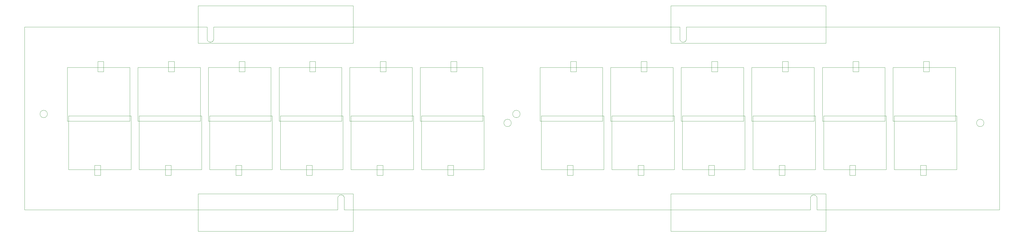
<source format=gbr>
%TF.GenerationSoftware,KiCad,Pcbnew,(7.0.0)*%
%TF.CreationDate,2023-07-13T12:21:55+02:00*%
%TF.ProjectId,Panelization,50616e65-6c69-47a6-9174-696f6e2e6b69,V1*%
%TF.SameCoordinates,PX2d4cae0PY73df160*%
%TF.FileFunction,Other,User*%
%FSLAX46Y46*%
G04 Gerber Fmt 4.6, Leading zero omitted, Abs format (unit mm)*
G04 Created by KiCad (PCBNEW (7.0.0)) date 2023-07-13 12:21:55*
%MOMM*%
%LPD*%
G01*
G04 APERTURE LIST*
%ADD10C,0.050000*%
%ADD11C,0.100000*%
%TA.AperFunction,Profile*%
%ADD12C,0.100000*%
%TD*%
G04 APERTURE END LIST*
D10*
%TO.C,C2*%
X118790000Y-44390000D02*
X118790000Y-47790000D01*
X116830000Y-44390000D02*
X118790000Y-44390000D01*
X118790000Y-47790000D02*
X116830000Y-47790000D01*
X116830000Y-47790000D02*
X116830000Y-44390000D01*
D11*
%TO.C,J5*%
X107552000Y-11200000D02*
X128712000Y-11200000D01*
X107552000Y-29400000D02*
X107552000Y-11200000D01*
X128712000Y-11200000D02*
X128712000Y-29400000D01*
X128712000Y-29400000D02*
X107552000Y-29400000D01*
D10*
%TO.C,C3*%
X70110000Y-12610000D02*
X70110000Y-9210000D01*
X72070000Y-12610000D02*
X70110000Y-12610000D01*
X70110000Y-9210000D02*
X72070000Y-9210000D01*
X72070000Y-9210000D02*
X72070000Y-12610000D01*
D11*
%TO.C,J4*%
X241346000Y-45800000D02*
X220186000Y-45800000D01*
X241346000Y-27600000D02*
X241346000Y-45800000D01*
X220186000Y-45800000D02*
X220186000Y-27600000D01*
X220186000Y-27600000D02*
X241346000Y-27600000D01*
%TO.C,J2*%
X35856000Y-11199000D02*
X57016000Y-11199000D01*
X35856000Y-29399000D02*
X35856000Y-11199000D01*
X57016000Y-11199000D02*
X57016000Y-29399000D01*
X57016000Y-29399000D02*
X35856000Y-29399000D01*
X195856000Y-11199000D02*
X217016000Y-11199000D01*
X195856000Y-29399000D02*
X195856000Y-11199000D01*
X217016000Y-11199000D02*
X217016000Y-29399000D01*
X217016000Y-29399000D02*
X195856000Y-29399000D01*
D10*
%TO.C,C3*%
X254890000Y-44390000D02*
X254890000Y-47790000D01*
X252930000Y-44390000D02*
X254890000Y-44390000D01*
X254890000Y-47790000D02*
X252930000Y-47790000D01*
X252930000Y-47790000D02*
X252930000Y-44390000D01*
%TO.C,C6*%
X301800000Y-12610000D02*
X301800000Y-9210000D01*
X303760000Y-12610000D02*
X301800000Y-12610000D01*
X301800000Y-9210000D02*
X303760000Y-9210000D01*
X303760000Y-9210000D02*
X303760000Y-12610000D01*
D11*
%TO.C,J1*%
X313040000Y-45800000D02*
X291880000Y-45800000D01*
X313040000Y-27600000D02*
X313040000Y-45800000D01*
X291880000Y-45800000D02*
X291880000Y-27600000D01*
X291880000Y-27600000D02*
X313040000Y-27600000D01*
D10*
%TO.C,REF_Top*%
X5239000Y-26981000D02*
G75*
G03*
X5239000Y-26981000I-1250000J0D01*
G01*
D11*
%TO.C,J1*%
X153040000Y-45800000D02*
X131880000Y-45800000D01*
X153040000Y-27600000D02*
X153040000Y-45800000D01*
X131880000Y-45800000D02*
X131880000Y-27600000D01*
X131880000Y-27600000D02*
X153040000Y-27600000D01*
D10*
%TO.C,C4*%
X94000000Y-12610000D02*
X94000000Y-9210000D01*
X95960000Y-12610000D02*
X94000000Y-12610000D01*
X94000000Y-9210000D02*
X95960000Y-9210000D01*
X95960000Y-9210000D02*
X95960000Y-12610000D01*
%TO.C,C1*%
X182290000Y-12610000D02*
X182290000Y-9210000D01*
X184250000Y-12610000D02*
X182290000Y-12610000D01*
X182290000Y-9210000D02*
X184250000Y-9210000D01*
X184250000Y-9210000D02*
X184250000Y-12610000D01*
D11*
%TO.C,J6*%
X131450000Y-11200000D02*
X152610000Y-11200000D01*
X131450000Y-29400000D02*
X131450000Y-11200000D01*
X152610000Y-11200000D02*
X152610000Y-29400000D01*
X152610000Y-29400000D02*
X131450000Y-29400000D01*
D10*
%TO.C,C6*%
X183200000Y-44390000D02*
X183200000Y-47790000D01*
X181240000Y-44390000D02*
X183200000Y-44390000D01*
X183200000Y-47790000D02*
X181240000Y-47790000D01*
X181240000Y-47790000D02*
X181240000Y-44390000D01*
%TO.C,C5*%
X207100000Y-44390000D02*
X207100000Y-47790000D01*
X205140000Y-44390000D02*
X207100000Y-44390000D01*
X207100000Y-47790000D02*
X205140000Y-47790000D01*
X205140000Y-47790000D02*
X205140000Y-44390000D01*
%TO.C,J7*%
X268750000Y-66750000D02*
X216250000Y-66750000D01*
X268750000Y-54050000D02*
X268750000Y-66750000D01*
X216250000Y-66750000D02*
X216250000Y-54050000D01*
X216250000Y-54050000D02*
X268750000Y-54050000D01*
%TO.C,C2*%
X206210000Y-12610000D02*
X206210000Y-9210000D01*
X208170000Y-12610000D02*
X206210000Y-12610000D01*
X206210000Y-9210000D02*
X208170000Y-9210000D01*
X208170000Y-9210000D02*
X208170000Y-12610000D01*
%TO.C,J7*%
X56250000Y9750000D02*
X108750000Y9750000D01*
X56250000Y-2950000D02*
X56250000Y9750000D01*
X108750000Y9750000D02*
X108750000Y-2950000D01*
X108750000Y-2950000D02*
X56250000Y-2950000D01*
%TO.C,C5*%
X277900000Y-12610000D02*
X277900000Y-9210000D01*
X279860000Y-12610000D02*
X277900000Y-12610000D01*
X277900000Y-9210000D02*
X279860000Y-9210000D01*
X279860000Y-9210000D02*
X279860000Y-12610000D01*
%TO.C,C3*%
X94890000Y-44390000D02*
X94890000Y-47790000D01*
X92930000Y-44390000D02*
X94890000Y-44390000D01*
X94890000Y-47790000D02*
X92930000Y-47790000D01*
X92930000Y-47790000D02*
X92930000Y-44390000D01*
D11*
%TO.C,J4*%
X81346000Y-45800000D02*
X60186000Y-45800000D01*
X81346000Y-27600000D02*
X81346000Y-45800000D01*
X60186000Y-45800000D02*
X60186000Y-27600000D01*
X60186000Y-27600000D02*
X81346000Y-27600000D01*
D10*
%TO.C,C3*%
X230110000Y-12610000D02*
X230110000Y-9210000D01*
X232070000Y-12610000D02*
X230110000Y-12610000D01*
X230110000Y-9210000D02*
X232070000Y-9210000D01*
X232070000Y-9210000D02*
X232070000Y-12610000D01*
D11*
%TO.C,J6*%
X291450000Y-11200000D02*
X312610000Y-11200000D01*
X291450000Y-29400000D02*
X291450000Y-11200000D01*
X312610000Y-11200000D02*
X312610000Y-29400000D01*
X312610000Y-29400000D02*
X291450000Y-29400000D01*
%TO.C,J1*%
X171960000Y-11200000D02*
X193120000Y-11200000D01*
X171960000Y-29400000D02*
X171960000Y-11200000D01*
X193120000Y-11200000D02*
X193120000Y-29400000D01*
X193120000Y-29400000D02*
X171960000Y-29400000D01*
D10*
%TO.C,C5*%
X47100000Y-44390000D02*
X47100000Y-47790000D01*
X45140000Y-44390000D02*
X47100000Y-44390000D01*
X47100000Y-47790000D02*
X45140000Y-47790000D01*
X45140000Y-47790000D02*
X45140000Y-44390000D01*
D11*
%TO.C,J5*%
X267552000Y-11200000D02*
X288712000Y-11200000D01*
X267552000Y-29400000D02*
X267552000Y-11200000D01*
X288712000Y-11200000D02*
X288712000Y-29400000D01*
X288712000Y-29400000D02*
X267552000Y-29400000D01*
%TO.C,J3*%
X265244000Y-45800000D02*
X244084000Y-45800000D01*
X265244000Y-27600000D02*
X265244000Y-45800000D01*
X244084000Y-45800000D02*
X244084000Y-27600000D01*
X244084000Y-27600000D02*
X265244000Y-27600000D01*
D10*
%TO.C,C6*%
X141800000Y-12610000D02*
X141800000Y-9210000D01*
X143760000Y-12610000D02*
X141800000Y-12610000D01*
X141800000Y-9210000D02*
X143760000Y-9210000D01*
X143760000Y-9210000D02*
X143760000Y-12610000D01*
D11*
%TO.C,J4*%
X83654000Y-11200000D02*
X104814000Y-11200000D01*
X83654000Y-29400000D02*
X83654000Y-11200000D01*
X104814000Y-11200000D02*
X104814000Y-29400000D01*
X104814000Y-29400000D02*
X83654000Y-29400000D01*
X243654000Y-11200000D02*
X264814000Y-11200000D01*
X243654000Y-29400000D02*
X243654000Y-11200000D01*
X264814000Y-11200000D02*
X264814000Y-29400000D01*
X264814000Y-29400000D02*
X243654000Y-29400000D01*
D10*
%TO.C,C1*%
X302710000Y-44390000D02*
X302710000Y-47790000D01*
X300750000Y-44390000D02*
X302710000Y-44390000D01*
X302710000Y-47790000D02*
X300750000Y-47790000D01*
X300750000Y-47790000D02*
X300750000Y-44390000D01*
%TO.C,C6*%
X23200000Y-44390000D02*
X23200000Y-47790000D01*
X21240000Y-44390000D02*
X23200000Y-44390000D01*
X23200000Y-47790000D02*
X21240000Y-47790000D01*
X21240000Y-47790000D02*
X21240000Y-44390000D01*
%TO.C,C2*%
X46210000Y-12610000D02*
X46210000Y-9210000D01*
X48170000Y-12610000D02*
X46210000Y-12610000D01*
X46210000Y-9210000D02*
X48170000Y-9210000D01*
X48170000Y-9210000D02*
X48170000Y-12610000D01*
D11*
%TO.C,J6*%
X193550000Y-45800000D02*
X172390000Y-45800000D01*
X193550000Y-27600000D02*
X193550000Y-45800000D01*
X172390000Y-45800000D02*
X172390000Y-27600000D01*
X172390000Y-27600000D02*
X193550000Y-27600000D01*
D10*
%TO.C,C1*%
X142710000Y-44390000D02*
X142710000Y-47790000D01*
X140750000Y-44390000D02*
X142710000Y-44390000D01*
X142710000Y-47790000D02*
X140750000Y-47790000D01*
X140750000Y-47790000D02*
X140750000Y-44390000D01*
%TO.C,C4*%
X71000000Y-44390000D02*
X71000000Y-47790000D01*
X69040000Y-44390000D02*
X71000000Y-44390000D01*
X71000000Y-47790000D02*
X69040000Y-47790000D01*
X69040000Y-47790000D02*
X69040000Y-44390000D01*
%TO.C,J7*%
X216250000Y9750000D02*
X268750000Y9750000D01*
X216250000Y-2950000D02*
X216250000Y9750000D01*
X268750000Y9750000D02*
X268750000Y-2950000D01*
X268750000Y-2950000D02*
X216250000Y-2950000D01*
%TO.C,C5*%
X117900000Y-12610000D02*
X117900000Y-9210000D01*
X119860000Y-12610000D02*
X117900000Y-12610000D01*
X117900000Y-9210000D02*
X119860000Y-9210000D01*
X119860000Y-9210000D02*
X119860000Y-12610000D01*
D11*
%TO.C,J5*%
X57448000Y-45800000D02*
X36288000Y-45800000D01*
X57448000Y-27600000D02*
X57448000Y-45800000D01*
X36288000Y-45800000D02*
X36288000Y-27600000D01*
X36288000Y-27600000D02*
X57448000Y-27600000D01*
D10*
%TO.C,C2*%
X278790000Y-44390000D02*
X278790000Y-47790000D01*
X276830000Y-44390000D02*
X278790000Y-44390000D01*
X278790000Y-47790000D02*
X276830000Y-47790000D01*
X276830000Y-47790000D02*
X276830000Y-44390000D01*
D11*
%TO.C,J5*%
X217448000Y-45800000D02*
X196288000Y-45800000D01*
X217448000Y-27600000D02*
X217448000Y-45800000D01*
X196288000Y-45800000D02*
X196288000Y-27600000D01*
X196288000Y-27600000D02*
X217448000Y-27600000D01*
%TO.C,J3*%
X219756000Y-11200000D02*
X240916000Y-11200000D01*
X219756000Y-29400000D02*
X219756000Y-11200000D01*
X240916000Y-11200000D02*
X240916000Y-29400000D01*
X240916000Y-29400000D02*
X219756000Y-29400000D01*
%TO.C,J6*%
X33550000Y-45800000D02*
X12390000Y-45800000D01*
X33550000Y-27600000D02*
X33550000Y-45800000D01*
X12390000Y-45800000D02*
X12390000Y-27600000D01*
X12390000Y-27600000D02*
X33550000Y-27600000D01*
%TO.C,J3*%
X105244000Y-45800000D02*
X84084000Y-45800000D01*
X105244000Y-27600000D02*
X105244000Y-45800000D01*
X84084000Y-45800000D02*
X84084000Y-27600000D01*
X84084000Y-27600000D02*
X105244000Y-27600000D01*
%TO.C,J2*%
X129144000Y-45801000D02*
X107984000Y-45801000D01*
X129144000Y-27601000D02*
X129144000Y-45801000D01*
X107984000Y-45801000D02*
X107984000Y-27601000D01*
X107984000Y-27601000D02*
X129144000Y-27601000D01*
D10*
%TO.C,C4*%
X231000000Y-44390000D02*
X231000000Y-47790000D01*
X229040000Y-44390000D02*
X231000000Y-44390000D01*
X231000000Y-47790000D02*
X229040000Y-47790000D01*
X229040000Y-47790000D02*
X229040000Y-44390000D01*
%TO.C,C1*%
X22290000Y-12610000D02*
X22290000Y-9210000D01*
X24250000Y-12610000D02*
X22290000Y-12610000D01*
X22290000Y-9210000D02*
X24250000Y-9210000D01*
X24250000Y-9210000D02*
X24250000Y-12610000D01*
%TO.C,REF_Top*%
X322261000Y-30019000D02*
G75*
G03*
X322261000Y-30019000I-1250000J0D01*
G01*
D11*
%TO.C,J1*%
X11960000Y-11200000D02*
X33120000Y-11200000D01*
X11960000Y-29400000D02*
X11960000Y-11200000D01*
X33120000Y-11200000D02*
X33120000Y-29400000D01*
X33120000Y-29400000D02*
X11960000Y-29400000D01*
D10*
%TO.C,J7*%
X108750000Y-66750000D02*
X56250000Y-66750000D01*
X108750000Y-54050000D02*
X108750000Y-66750000D01*
X56250000Y-66750000D02*
X56250000Y-54050000D01*
X56250000Y-54050000D02*
X108750000Y-54050000D01*
%TO.C,REF_Top*%
X162261000Y-30019000D02*
G75*
G03*
X162261000Y-30019000I-1250000J0D01*
G01*
D11*
%TO.C,J2*%
X289144000Y-45801000D02*
X267984000Y-45801000D01*
X289144000Y-27601000D02*
X289144000Y-45801000D01*
X267984000Y-45801000D02*
X267984000Y-27601000D01*
X267984000Y-27601000D02*
X289144000Y-27601000D01*
D10*
%TO.C,REF_Top*%
X165239000Y-26981000D02*
G75*
G03*
X165239000Y-26981000I-1250000J0D01*
G01*
D11*
%TO.C,J3*%
X59756000Y-11200000D02*
X80916000Y-11200000D01*
X59756000Y-29400000D02*
X59756000Y-11200000D01*
X80916000Y-11200000D02*
X80916000Y-29400000D01*
X80916000Y-29400000D02*
X59756000Y-29400000D01*
D10*
%TO.C,C4*%
X254000000Y-12610000D02*
X254000000Y-9210000D01*
X255960000Y-12610000D02*
X254000000Y-12610000D01*
X254000000Y-9210000D02*
X255960000Y-9210000D01*
X255960000Y-9210000D02*
X255960000Y-12610000D01*
%TD*%
D12*
X322500000Y-59500000D02*
X327500000Y-59500000D01*
X219281424Y-1556220D02*
X219280000Y-1500000D01*
X59710561Y-2377761D02*
X59666975Y-2342222D01*
X220277703Y-2604305D02*
X220221915Y-2597200D01*
X103569094Y-55114490D02*
X103589956Y-55062264D01*
X104121162Y-54503436D02*
X104172264Y-54479956D01*
X104497703Y-54395694D02*
X104553779Y-54391424D01*
X61449095Y-1832293D02*
X61430905Y-1885509D01*
X219851314Y-2470525D02*
X219802849Y-2441995D01*
X265047735Y-54479956D02*
X265098837Y-54503436D01*
X265148685Y-54529474D02*
X265197150Y-54558004D01*
X103930561Y-54622238D02*
X103975891Y-54588951D01*
X220775509Y-2540905D02*
X220722293Y-2559095D01*
X221301048Y-2134108D02*
X221267761Y-2179438D01*
X104778084Y-54402799D02*
X104833441Y-54412721D01*
X221194520Y-2264753D02*
X221154753Y-2304520D01*
X103535433Y-55221775D02*
X103550904Y-55167706D01*
X265452222Y-54776975D02*
X265487761Y-54820561D01*
X104888224Y-54425433D02*
X104942293Y-54440904D01*
X219419474Y-2038685D02*
X219393436Y-1988837D01*
X221360525Y-2038685D02*
X221331995Y-2087150D01*
X221477278Y-1723441D02*
X221464566Y-1778224D01*
X103805479Y-54735246D02*
X103845246Y-54695479D01*
X60221915Y-2597200D02*
X60166558Y-2587278D01*
X60111775Y-2574566D02*
X60057706Y-2559095D01*
X61194520Y-2264753D02*
X61154753Y-2304520D01*
X103589956Y-55062264D02*
X103613436Y-55011162D01*
X265720000Y-59500000D02*
X268500000Y-59500000D01*
X221232222Y-2223024D02*
X221194520Y-2264753D01*
X265630043Y-55062264D02*
X265650905Y-55114490D01*
X220722293Y-2559095D02*
X220668224Y-2574566D01*
X265289438Y-54622238D02*
X265333024Y-54657777D01*
X322500000Y2500000D02*
X221500000Y2500000D01*
X103512799Y-55331915D02*
X103522721Y-55276558D01*
X61267761Y-2179438D02*
X61232222Y-2223024D01*
X264553779Y-54391424D02*
X264610000Y-54390000D01*
X59448004Y-2087150D02*
X59419474Y-2038685D01*
X264942293Y-54440904D02*
X264995509Y-54459094D01*
X220111775Y-2574566D02*
X220057706Y-2559095D01*
X105714305Y-55387703D02*
X105718575Y-55443779D01*
X264995509Y-54459094D02*
X265047735Y-54479956D01*
X263975891Y-54588951D02*
X264022849Y-54558004D01*
X61301048Y-2134108D02*
X61267761Y-2179438D01*
X219585479Y-2264753D02*
X219547777Y-2223024D01*
X60446220Y-2608575D02*
X60390000Y-2609999D01*
X105719999Y-55500000D02*
X105720000Y-59500000D01*
X265098837Y-54503436D02*
X265148685Y-54529474D01*
X263886975Y-54657777D02*
X263930561Y-54622238D01*
X108500000Y-59500000D02*
X162500000Y-59500000D01*
X103500000Y-55500000D02*
X103501424Y-55443779D01*
X221430905Y-1885509D02*
X221410043Y-1937735D01*
X219666975Y-2342222D02*
X219625246Y-2304520D01*
X103975891Y-54588951D02*
X104022849Y-54558004D01*
X61232222Y-2223024D02*
X61194520Y-2264753D01*
X265374753Y-54695479D02*
X265414520Y-54735246D01*
X219315433Y-1778224D02*
X219302721Y-1723441D01*
X103668004Y-54912849D02*
X103698951Y-54865891D01*
X219349094Y-1885509D02*
X219330904Y-1832293D01*
X265606563Y-55011162D02*
X265630043Y-55062264D01*
X221487200Y-1668084D02*
X221477278Y-1723441D01*
X219802849Y-2441995D02*
X219755891Y-2411048D01*
X219710561Y-2377761D02*
X219666975Y-2342222D01*
X60502296Y-2604305D02*
X60446220Y-2608575D01*
X264224490Y-54459094D02*
X264277706Y-54440904D01*
X59292799Y-1668084D02*
X59285694Y-1612296D01*
X263501424Y-55443779D02*
X263505694Y-55387703D01*
X221500000Y2500000D02*
X221500000Y-1500000D01*
X219478951Y-2134108D02*
X219448004Y-2087150D01*
X105289438Y-54622238D02*
X105333024Y-54657777D01*
X105580525Y-54961314D02*
X105606563Y-55011162D01*
X105669095Y-55167706D02*
X105684566Y-55221775D01*
X219901162Y-2496563D02*
X219851314Y-2470525D01*
X105521048Y-54865891D02*
X105551995Y-54912849D01*
X61024108Y-2411048D02*
X60977150Y-2441995D01*
X105414520Y-54735246D02*
X105452222Y-54776975D01*
X264277706Y-54440904D02*
X264331775Y-54425433D01*
X219755891Y-2411048D02*
X219710561Y-2377761D01*
X61069438Y-2377761D02*
X61024108Y-2411048D01*
X265719999Y-55500000D02*
X265720000Y-59500000D01*
X60004490Y-2540905D02*
X59952264Y-2520043D01*
X104833441Y-54412721D02*
X104888224Y-54425433D01*
X104277706Y-54440904D02*
X104331775Y-54425433D01*
X104995509Y-54459094D02*
X105047735Y-54479956D01*
X61494305Y-1612296D02*
X61487200Y-1668084D01*
X220668224Y-2574566D02*
X220613441Y-2587278D01*
X264833441Y-54412721D02*
X264888224Y-54425433D01*
X103550904Y-55167706D02*
X103569094Y-55114490D01*
X268500000Y-59500000D02*
X322500000Y-59500000D01*
X104022849Y-54558004D02*
X104071314Y-54529474D01*
X264331775Y-54425433D02*
X264386558Y-54412721D01*
X327500000Y2500000D02*
X322500000Y2500000D01*
X61386563Y-1988837D02*
X61360525Y-2038685D01*
X60558084Y-2597200D02*
X60502296Y-2604305D01*
X103767777Y-54776975D02*
X103805479Y-54735246D01*
X2500000Y2500000D02*
X-2500000Y2500000D01*
X220057706Y-2559095D02*
X220004490Y-2540905D01*
X103505694Y-55387703D02*
X103512799Y-55331915D01*
X61113024Y-2342222D02*
X61069438Y-2377761D01*
X219292799Y-1668084D02*
X219285694Y-1612296D01*
X60057706Y-2559095D02*
X60004490Y-2540905D01*
X221498575Y-1556220D02*
X221494305Y-1612296D01*
X220446220Y-2608575D02*
X220390000Y-2609999D01*
X60613441Y-2587278D02*
X60558084Y-2597200D01*
X265414520Y-54735246D02*
X265452222Y-54776975D01*
X220004490Y-2540905D02*
X219952264Y-2520043D01*
X61331995Y-2087150D02*
X61301048Y-2134108D01*
X59755891Y-2411048D02*
X59710561Y-2377761D01*
X220928685Y-2470525D02*
X220878837Y-2496563D01*
X263550904Y-55167706D02*
X263569094Y-55114490D01*
X61154753Y-2304520D02*
X61113024Y-2342222D01*
X59901162Y-2496563D02*
X59851314Y-2470525D01*
X-2500000Y2500000D02*
X-2500000Y-59500000D01*
X59512238Y-2179438D02*
X59478951Y-2134108D01*
X105197150Y-54558004D02*
X105244108Y-54588951D01*
X59281424Y-1556220D02*
X59280000Y-1500000D01*
X105697278Y-55276558D02*
X105707200Y-55331915D01*
X105707200Y-55331915D02*
X105714305Y-55387703D01*
X61477278Y-1723441D02*
X61464566Y-1778224D01*
X263767777Y-54776975D02*
X263805479Y-54735246D01*
X103698951Y-54865891D02*
X103732238Y-54820561D01*
X265650905Y-55114490D02*
X265669095Y-55167706D01*
X104386558Y-54412721D02*
X104441915Y-54402799D01*
X263500000Y-59500000D02*
X263500000Y-55500000D01*
X162500000Y-59500000D02*
X263500000Y-59500000D01*
X59393436Y-1988837D02*
X59369956Y-1937735D01*
X221410043Y-1937735D02*
X221386563Y-1988837D01*
X221069438Y-2377761D02*
X221024108Y-2411048D01*
X264386558Y-54412721D02*
X264441915Y-54402799D01*
X264888224Y-54425433D02*
X264942293Y-54440904D01*
X220977150Y-2441995D02*
X220928685Y-2470525D01*
X221267761Y-2179438D02*
X221232222Y-2223024D01*
X103845246Y-54695479D02*
X103886975Y-54657777D01*
X263698951Y-54865891D02*
X263732238Y-54820561D01*
X264172264Y-54479956D02*
X264224490Y-54459094D01*
X220333779Y-2608575D02*
X220277703Y-2604305D01*
X59302721Y-1723441D02*
X59292799Y-1668084D01*
X61410043Y-1937735D02*
X61386563Y-1988837D01*
X265714305Y-55387703D02*
X265718575Y-55443779D01*
X103639474Y-54961314D02*
X103668004Y-54912849D01*
X60928685Y-2470525D02*
X60878837Y-2496563D01*
X327500000Y-59500000D02*
X327500000Y2500000D01*
X220221915Y-2597200D02*
X220166558Y-2587278D01*
X105333024Y-54657777D02*
X105374753Y-54695479D01*
X220390000Y-2609999D02*
X220333779Y-2608575D01*
X265551995Y-54912849D02*
X265580525Y-54961314D01*
X264666220Y-54391424D02*
X264722296Y-54395694D01*
X60878837Y-2496563D02*
X60827735Y-2520043D01*
X60333779Y-2608575D02*
X60277703Y-2604305D01*
X105452222Y-54776975D02*
X105487761Y-54820561D01*
X61464566Y-1778224D02*
X61449095Y-1832293D01*
X265197150Y-54558004D02*
X265244108Y-54588951D01*
X219285694Y-1612296D02*
X219281424Y-1556220D01*
X59585479Y-2264753D02*
X59547777Y-2223024D01*
X59478951Y-2134108D02*
X59448004Y-2087150D01*
X263668004Y-54912849D02*
X263698951Y-54865891D01*
X104553779Y-54391424D02*
X104610000Y-54390000D01*
X263522721Y-55276558D02*
X263535433Y-55221775D01*
X263500000Y-55500000D02*
X263501424Y-55443779D01*
X59285694Y-1612296D02*
X59281424Y-1556220D01*
X219547777Y-2223024D02*
X219512238Y-2179438D01*
X263639474Y-54961314D02*
X263668004Y-54912849D01*
X263845246Y-54695479D02*
X263886975Y-54657777D01*
X60166558Y-2587278D02*
X60111775Y-2574566D01*
X-2500000Y-59500000D02*
X-2500000Y-59500000D01*
X264610000Y-54390000D02*
X264666220Y-54391424D01*
X105487761Y-54820561D02*
X105521048Y-54865891D01*
X219302721Y-1723441D02*
X219292799Y-1668084D01*
X265697278Y-55276558D02*
X265707200Y-55331915D01*
X216500000Y2500000D02*
X162500000Y2500000D01*
X59315433Y-1778224D02*
X59302721Y-1723441D01*
X221113024Y-2342222D02*
X221069438Y-2377761D01*
X105244108Y-54588951D02*
X105289438Y-54622238D01*
X59802849Y-2441995D02*
X59755891Y-2411048D01*
X103886975Y-54657777D02*
X103930561Y-54622238D01*
X105098837Y-54503436D02*
X105148685Y-54529474D01*
X-2500000Y-59500000D02*
X2500000Y-59500000D01*
X220613441Y-2587278D02*
X220558084Y-2597200D01*
X104441915Y-54402799D02*
X104497703Y-54395694D01*
X104666220Y-54391424D02*
X104722296Y-54395694D01*
X265707200Y-55331915D02*
X265714305Y-55387703D01*
X219625246Y-2304520D02*
X219585479Y-2264753D01*
X264121162Y-54503436D02*
X264172264Y-54479956D01*
X103500000Y-59500000D02*
X103500000Y-55500000D01*
X104942293Y-54440904D02*
X104995509Y-54459094D01*
X263569094Y-55114490D02*
X263589956Y-55062264D01*
X60722293Y-2559095D02*
X60668224Y-2574566D01*
X60977150Y-2441995D02*
X60928685Y-2470525D01*
X220502296Y-2604305D02*
X220446220Y-2608575D01*
X265521048Y-54865891D02*
X265551995Y-54912849D01*
X104610000Y-54390000D02*
X104666220Y-54391424D01*
X105148685Y-54529474D02*
X105197150Y-54558004D01*
X220878837Y-2496563D02*
X220827735Y-2520043D01*
X265669095Y-55167706D02*
X265684566Y-55221775D01*
X59419474Y-2038685D02*
X59393436Y-1988837D01*
X60277703Y-2604305D02*
X60221915Y-2597200D01*
X103501424Y-55443779D02*
X103505694Y-55387703D01*
X59625246Y-2304520D02*
X59585479Y-2264753D01*
X219369956Y-1937735D02*
X219349094Y-1885509D01*
X219280000Y2500000D02*
X216500000Y2500000D01*
X103732238Y-54820561D02*
X103767777Y-54776975D01*
X263613436Y-55011162D02*
X263639474Y-54961314D01*
X61430905Y-1885509D02*
X61410043Y-1937735D01*
X219512238Y-2179438D02*
X219478951Y-2134108D01*
X105650905Y-55114490D02*
X105669095Y-55167706D01*
X105684566Y-55221775D02*
X105697278Y-55276558D01*
X220827735Y-2520043D02*
X220775509Y-2540905D01*
X59280000Y-1500000D02*
X59280000Y2500000D01*
X104172264Y-54479956D02*
X104224490Y-54459094D01*
X60827735Y-2520043D02*
X60775509Y-2540905D01*
X221024108Y-2411048D02*
X220977150Y-2441995D01*
X59952264Y-2520043D02*
X59901162Y-2496563D01*
X221449095Y-1832293D02*
X221430905Y-1885509D01*
X56500000Y2500000D02*
X2500000Y2500000D01*
X265333024Y-54657777D02*
X265374753Y-54695479D01*
X105606563Y-55011162D02*
X105630043Y-55062264D01*
X61500000Y2500000D02*
X61500000Y-1500000D01*
X220166558Y-2587278D02*
X220111775Y-2574566D01*
X219280000Y-1500000D02*
X219280000Y2500000D01*
X61500000Y-1500000D02*
X61498575Y-1556220D01*
X263505694Y-55387703D02*
X263512799Y-55331915D01*
X264071314Y-54529474D02*
X264121162Y-54503436D01*
X105630043Y-55062264D02*
X105650905Y-55114490D01*
X59666975Y-2342222D02*
X59625246Y-2304520D01*
X59547777Y-2223024D02*
X59512238Y-2179438D01*
X219393436Y-1988837D02*
X219369956Y-1937735D01*
X265684566Y-55221775D02*
X265697278Y-55276558D01*
X104331775Y-54425433D02*
X104386558Y-54412721D01*
X221154753Y-2304520D02*
X221113024Y-2342222D01*
X264022849Y-54558004D02*
X264071314Y-54529474D01*
X221386563Y-1988837D02*
X221360525Y-2038685D01*
X265580525Y-54961314D02*
X265606563Y-55011162D01*
X221500000Y-1500000D02*
X221498575Y-1556220D01*
X263732238Y-54820561D02*
X263767777Y-54776975D01*
X220558084Y-2597200D02*
X220502296Y-2604305D01*
X59280000Y2500000D02*
X56500000Y2500000D01*
X104224490Y-54459094D02*
X104277706Y-54440904D01*
X263589956Y-55062264D02*
X263613436Y-55011162D01*
X104071314Y-54529474D02*
X104121162Y-54503436D01*
X59330904Y-1832293D02*
X59315433Y-1778224D01*
X60668224Y-2574566D02*
X60613441Y-2587278D01*
X263535433Y-55221775D02*
X263550904Y-55167706D01*
X265244108Y-54588951D02*
X265289438Y-54622238D01*
X59349094Y-1885509D02*
X59330904Y-1832293D01*
X219330904Y-1832293D02*
X219315433Y-1778224D01*
X221494305Y-1612296D02*
X221487200Y-1668084D01*
X264497703Y-54395694D02*
X264553779Y-54391424D01*
X263512799Y-55331915D02*
X263522721Y-55276558D01*
X2500000Y-59500000D02*
X103500000Y-59500000D01*
X105718575Y-55443779D02*
X105719999Y-55500000D01*
X105374753Y-54695479D02*
X105414520Y-54735246D01*
X264441915Y-54402799D02*
X264497703Y-54395694D01*
X103613436Y-55011162D02*
X103639474Y-54961314D01*
X104722296Y-54395694D02*
X104778084Y-54402799D01*
X263930561Y-54622238D02*
X263975891Y-54588951D01*
X105551995Y-54912849D02*
X105580525Y-54961314D01*
X264722296Y-54395694D02*
X264778084Y-54402799D01*
X61498575Y-1556220D02*
X61494305Y-1612296D01*
X60390000Y-2609999D02*
X60333779Y-2608575D01*
X264778084Y-54402799D02*
X264833441Y-54412721D01*
X162500000Y2500000D02*
X61500000Y2500000D01*
X221464566Y-1778224D02*
X221449095Y-1832293D01*
X105047735Y-54479956D02*
X105098837Y-54503436D01*
X59369956Y-1937735D02*
X59349094Y-1885509D01*
X61360525Y-2038685D02*
X61331995Y-2087150D01*
X265487761Y-54820561D02*
X265521048Y-54865891D01*
X263805479Y-54735246D02*
X263845246Y-54695479D01*
X59851314Y-2470525D02*
X59802849Y-2441995D01*
X265718575Y-55443779D02*
X265719999Y-55500000D01*
X219952264Y-2520043D02*
X219901162Y-2496563D01*
X103522721Y-55276558D02*
X103535433Y-55221775D01*
X221331995Y-2087150D02*
X221301048Y-2134108D01*
X60775509Y-2540905D02*
X60722293Y-2559095D01*
X61487200Y-1668084D02*
X61477278Y-1723441D01*
X219448004Y-2087150D02*
X219419474Y-2038685D01*
X105720000Y-59500000D02*
X108500000Y-59500000D01*
M02*

</source>
